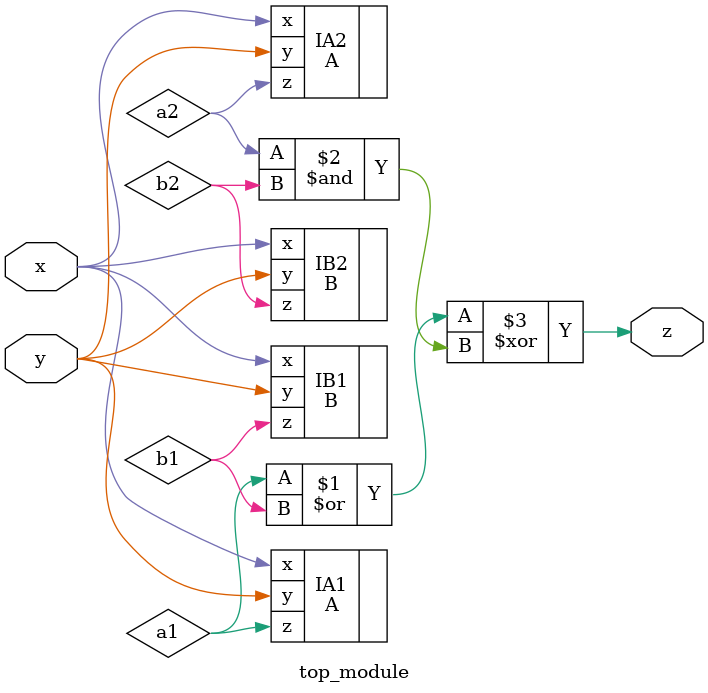
<source format=v>
module top_module (
    input x, 
    input y, 
    output z
);
    wire a1,a2,b1,b2;

    A IA1(
        .x(x),
        .y(y),
        .z(a1)
    );
    B IB1(
        .x(x),
        .y(y),
        .z(b1)
    );
    A IA2(
        .x(x),
        .y(y),
        .z(a2)
    );
    B IB2(
        .x(x),
        .y(y),
        .z(b2)
    );

    assign z = (a1|b1) ^ (a2&b2);

endmodule
</source>
